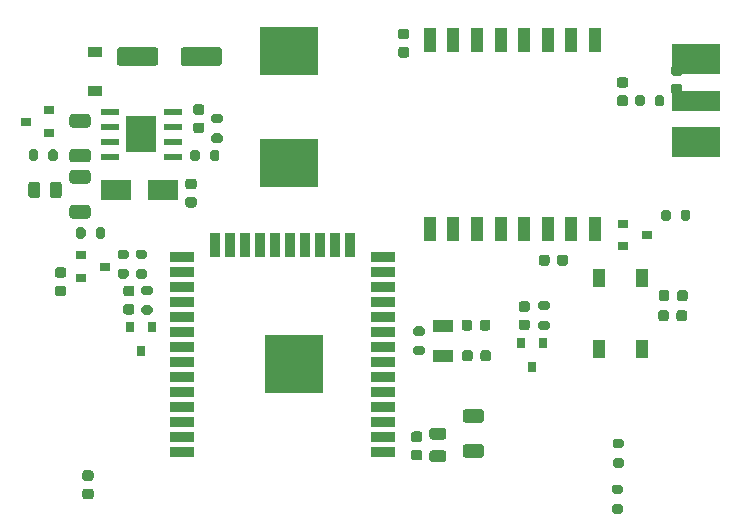
<source format=gbr>
G04 #@! TF.GenerationSoftware,KiCad,Pcbnew,(5.1.7)-1*
G04 #@! TF.CreationDate,2020-12-10T21:45:52+01:00*
G04 #@! TF.ProjectId,lora,6c6f7261-2e6b-4696-9361-645f70636258,v1.0*
G04 #@! TF.SameCoordinates,Original*
G04 #@! TF.FileFunction,Paste,Top*
G04 #@! TF.FilePolarity,Positive*
%FSLAX46Y46*%
G04 Gerber Fmt 4.6, Leading zero omitted, Abs format (unit mm)*
G04 Created by KiCad (PCBNEW (5.1.7)-1) date 2020-12-10 21:45:52*
%MOMM*%
%LPD*%
G01*
G04 APERTURE LIST*
%ADD10R,5.000000X5.000000*%
%ADD11R,2.000000X0.900000*%
%ADD12R,0.900000X2.000000*%
%ADD13R,4.190000X2.665000*%
%ADD14R,4.190000X1.780000*%
%ADD15R,2.500000X1.800000*%
%ADD16R,1.200000X0.900000*%
%ADD17R,4.950000X4.100000*%
%ADD18R,0.800000X0.900000*%
%ADD19R,0.900000X0.800000*%
%ADD20R,1.000000X1.500000*%
%ADD21R,2.600000X3.100000*%
%ADD22R,1.550000X0.600000*%
%ADD23R,1.000000X2.000000*%
%ADD24R,1.800000X1.000000*%
G04 APERTURE END LIST*
D10*
X193850000Y-121755000D03*
D11*
X201350000Y-129255000D03*
X201350000Y-127985000D03*
X201350000Y-126715000D03*
X201350000Y-125445000D03*
X201350000Y-124175000D03*
X201350000Y-122905000D03*
X201350000Y-121635000D03*
X201350000Y-120365000D03*
X201350000Y-119095000D03*
X201350000Y-117825000D03*
X201350000Y-116555000D03*
X201350000Y-115285000D03*
X201350000Y-114015000D03*
X201350000Y-112745000D03*
D12*
X198565000Y-111745000D03*
X197295000Y-111745000D03*
X196025000Y-111745000D03*
X194755000Y-111745000D03*
X193485000Y-111745000D03*
X192215000Y-111745000D03*
X190945000Y-111745000D03*
X189675000Y-111745000D03*
X188405000Y-111745000D03*
X187135000Y-111745000D03*
D11*
X184350000Y-112745000D03*
X184350000Y-114015000D03*
X184350000Y-115285000D03*
X184350000Y-116555000D03*
X184350000Y-117825000D03*
X184350000Y-119095000D03*
X184350000Y-120365000D03*
X184350000Y-121635000D03*
X184350000Y-122905000D03*
X184350000Y-124175000D03*
X184350000Y-125445000D03*
X184350000Y-126715000D03*
X184350000Y-127985000D03*
X184350000Y-129255000D03*
D13*
X227838000Y-102992500D03*
D14*
X227838000Y-99500000D03*
D13*
X227838000Y-96007500D03*
G36*
G01*
X185350000Y-107000000D02*
X184850000Y-107000000D01*
G75*
G02*
X184625000Y-106775000I0J225000D01*
G01*
X184625000Y-106325000D01*
G75*
G02*
X184850000Y-106100000I225000J0D01*
G01*
X185350000Y-106100000D01*
G75*
G02*
X185575000Y-106325000I0J-225000D01*
G01*
X185575000Y-106775000D01*
G75*
G02*
X185350000Y-107000000I-225000J0D01*
G01*
G37*
G36*
G01*
X185350000Y-108550000D02*
X184850000Y-108550000D01*
G75*
G02*
X184625000Y-108325000I0J225000D01*
G01*
X184625000Y-107875000D01*
G75*
G02*
X184850000Y-107650000I225000J0D01*
G01*
X185350000Y-107650000D01*
G75*
G02*
X185575000Y-107875000I0J-225000D01*
G01*
X185575000Y-108325000D01*
G75*
G02*
X185350000Y-108550000I-225000J0D01*
G01*
G37*
G36*
G01*
X187720000Y-95210000D02*
X187720000Y-96310000D01*
G75*
G02*
X187470000Y-96560000I-250000J0D01*
G01*
X184470000Y-96560000D01*
G75*
G02*
X184220000Y-96310000I0J250000D01*
G01*
X184220000Y-95210000D01*
G75*
G02*
X184470000Y-94960000I250000J0D01*
G01*
X187470000Y-94960000D01*
G75*
G02*
X187720000Y-95210000I0J-250000D01*
G01*
G37*
G36*
G01*
X182320000Y-95210000D02*
X182320000Y-96310000D01*
G75*
G02*
X182070000Y-96560000I-250000J0D01*
G01*
X179070000Y-96560000D01*
G75*
G02*
X178820000Y-96310000I0J250000D01*
G01*
X178820000Y-95210000D01*
G75*
G02*
X179070000Y-94960000I250000J0D01*
G01*
X182070000Y-94960000D01*
G75*
G02*
X182320000Y-95210000I0J-250000D01*
G01*
G37*
G36*
G01*
X227150000Y-115750000D02*
X227150000Y-116250000D01*
G75*
G02*
X226925000Y-116475000I-225000J0D01*
G01*
X226475000Y-116475000D01*
G75*
G02*
X226250000Y-116250000I0J225000D01*
G01*
X226250000Y-115750000D01*
G75*
G02*
X226475000Y-115525000I225000J0D01*
G01*
X226925000Y-115525000D01*
G75*
G02*
X227150000Y-115750000I0J-225000D01*
G01*
G37*
G36*
G01*
X225600000Y-115750000D02*
X225600000Y-116250000D01*
G75*
G02*
X225375000Y-116475000I-225000J0D01*
G01*
X224925000Y-116475000D01*
G75*
G02*
X224700000Y-116250000I0J225000D01*
G01*
X224700000Y-115750000D01*
G75*
G02*
X224925000Y-115525000I225000J0D01*
G01*
X225375000Y-115525000D01*
G75*
G02*
X225600000Y-115750000I0J-225000D01*
G01*
G37*
G36*
G01*
X204450000Y-129950000D02*
X203950000Y-129950000D01*
G75*
G02*
X203725000Y-129725000I0J225000D01*
G01*
X203725000Y-129275000D01*
G75*
G02*
X203950000Y-129050000I225000J0D01*
G01*
X204450000Y-129050000D01*
G75*
G02*
X204675000Y-129275000I0J-225000D01*
G01*
X204675000Y-129725000D01*
G75*
G02*
X204450000Y-129950000I-225000J0D01*
G01*
G37*
G36*
G01*
X204450000Y-128400000D02*
X203950000Y-128400000D01*
G75*
G02*
X203725000Y-128175000I0J225000D01*
G01*
X203725000Y-127725000D01*
G75*
G02*
X203950000Y-127500000I225000J0D01*
G01*
X204450000Y-127500000D01*
G75*
G02*
X204675000Y-127725000I0J-225000D01*
G01*
X204675000Y-128175000D01*
G75*
G02*
X204450000Y-128400000I-225000J0D01*
G01*
G37*
G36*
G01*
X206475000Y-130100000D02*
X205525000Y-130100000D01*
G75*
G02*
X205275000Y-129850000I0J250000D01*
G01*
X205275000Y-129350000D01*
G75*
G02*
X205525000Y-129100000I250000J0D01*
G01*
X206475000Y-129100000D01*
G75*
G02*
X206725000Y-129350000I0J-250000D01*
G01*
X206725000Y-129850000D01*
G75*
G02*
X206475000Y-130100000I-250000J0D01*
G01*
G37*
G36*
G01*
X206475000Y-128200000D02*
X205525000Y-128200000D01*
G75*
G02*
X205275000Y-127950000I0J250000D01*
G01*
X205275000Y-127450000D01*
G75*
G02*
X205525000Y-127200000I250000J0D01*
G01*
X206475000Y-127200000D01*
G75*
G02*
X206725000Y-127450000I0J-250000D01*
G01*
X206725000Y-127950000D01*
G75*
G02*
X206475000Y-128200000I-250000J0D01*
G01*
G37*
G36*
G01*
X210500000Y-120850000D02*
X210500000Y-121350000D01*
G75*
G02*
X210275000Y-121575000I-225000J0D01*
G01*
X209825000Y-121575000D01*
G75*
G02*
X209600000Y-121350000I0J225000D01*
G01*
X209600000Y-120850000D01*
G75*
G02*
X209825000Y-120625000I225000J0D01*
G01*
X210275000Y-120625000D01*
G75*
G02*
X210500000Y-120850000I0J-225000D01*
G01*
G37*
G36*
G01*
X208950000Y-120850000D02*
X208950000Y-121350000D01*
G75*
G02*
X208725000Y-121575000I-225000J0D01*
G01*
X208275000Y-121575000D01*
G75*
G02*
X208050000Y-121350000I0J225000D01*
G01*
X208050000Y-120850000D01*
G75*
G02*
X208275000Y-120625000I225000J0D01*
G01*
X208725000Y-120625000D01*
G75*
G02*
X208950000Y-120850000I0J-225000D01*
G01*
G37*
G36*
G01*
X203350000Y-95850000D02*
X202850000Y-95850000D01*
G75*
G02*
X202625000Y-95625000I0J225000D01*
G01*
X202625000Y-95175000D01*
G75*
G02*
X202850000Y-94950000I225000J0D01*
G01*
X203350000Y-94950000D01*
G75*
G02*
X203575000Y-95175000I0J-225000D01*
G01*
X203575000Y-95625000D01*
G75*
G02*
X203350000Y-95850000I-225000J0D01*
G01*
G37*
G36*
G01*
X203350000Y-94300000D02*
X202850000Y-94300000D01*
G75*
G02*
X202625000Y-94075000I0J225000D01*
G01*
X202625000Y-93625000D01*
G75*
G02*
X202850000Y-93400000I225000J0D01*
G01*
X203350000Y-93400000D01*
G75*
G02*
X203575000Y-93625000I0J-225000D01*
G01*
X203575000Y-94075000D01*
G75*
G02*
X203350000Y-94300000I-225000J0D01*
G01*
G37*
G36*
G01*
X208000000Y-118750000D02*
X208000000Y-118250000D01*
G75*
G02*
X208225000Y-118025000I225000J0D01*
G01*
X208675000Y-118025000D01*
G75*
G02*
X208900000Y-118250000I0J-225000D01*
G01*
X208900000Y-118750000D01*
G75*
G02*
X208675000Y-118975000I-225000J0D01*
G01*
X208225000Y-118975000D01*
G75*
G02*
X208000000Y-118750000I0J225000D01*
G01*
G37*
G36*
G01*
X209550000Y-118750000D02*
X209550000Y-118250000D01*
G75*
G02*
X209775000Y-118025000I225000J0D01*
G01*
X210225000Y-118025000D01*
G75*
G02*
X210450000Y-118250000I0J-225000D01*
G01*
X210450000Y-118750000D01*
G75*
G02*
X210225000Y-118975000I-225000J0D01*
G01*
X209775000Y-118975000D01*
G75*
G02*
X209550000Y-118750000I0J225000D01*
G01*
G37*
D15*
X178750000Y-107050000D03*
X182750000Y-107050000D03*
D16*
X176950000Y-98660000D03*
X176950000Y-95360000D03*
D17*
X193400000Y-104800000D03*
X193400000Y-95300000D03*
D18*
X181800000Y-118660000D03*
X179900000Y-118660000D03*
X180850000Y-120660000D03*
D19*
X177800000Y-113550000D03*
X175800000Y-114500000D03*
X175800000Y-112600000D03*
D18*
X214920000Y-120020000D03*
X213020000Y-120020000D03*
X213970000Y-122020000D03*
D19*
X173110000Y-102210000D03*
X173110000Y-100310000D03*
X171110000Y-101260000D03*
X223700000Y-110850000D03*
X221700000Y-111800000D03*
X221700000Y-109900000D03*
G36*
G01*
X179580000Y-116710000D02*
X180080000Y-116710000D01*
G75*
G02*
X180305000Y-116935000I0J-225000D01*
G01*
X180305000Y-117385000D01*
G75*
G02*
X180080000Y-117610000I-225000J0D01*
G01*
X179580000Y-117610000D01*
G75*
G02*
X179355000Y-117385000I0J225000D01*
G01*
X179355000Y-116935000D01*
G75*
G02*
X179580000Y-116710000I225000J0D01*
G01*
G37*
G36*
G01*
X179580000Y-115160000D02*
X180080000Y-115160000D01*
G75*
G02*
X180305000Y-115385000I0J-225000D01*
G01*
X180305000Y-115835000D01*
G75*
G02*
X180080000Y-116060000I-225000J0D01*
G01*
X179580000Y-116060000D01*
G75*
G02*
X179355000Y-115835000I0J225000D01*
G01*
X179355000Y-115385000D01*
G75*
G02*
X179580000Y-115160000I225000J0D01*
G01*
G37*
G36*
G01*
X181095000Y-115170000D02*
X181645000Y-115170000D01*
G75*
G02*
X181845000Y-115370000I0J-200000D01*
G01*
X181845000Y-115770000D01*
G75*
G02*
X181645000Y-115970000I-200000J0D01*
G01*
X181095000Y-115970000D01*
G75*
G02*
X180895000Y-115770000I0J200000D01*
G01*
X180895000Y-115370000D01*
G75*
G02*
X181095000Y-115170000I200000J0D01*
G01*
G37*
G36*
G01*
X181095000Y-116820000D02*
X181645000Y-116820000D01*
G75*
G02*
X181845000Y-117020000I0J-200000D01*
G01*
X181845000Y-117420000D01*
G75*
G02*
X181645000Y-117620000I-200000J0D01*
G01*
X181095000Y-117620000D01*
G75*
G02*
X180895000Y-117420000I0J200000D01*
G01*
X180895000Y-117020000D01*
G75*
G02*
X181095000Y-116820000I200000J0D01*
G01*
G37*
G36*
G01*
X226200000Y-117950000D02*
X226200000Y-117450000D01*
G75*
G02*
X226425000Y-117225000I225000J0D01*
G01*
X226875000Y-117225000D01*
G75*
G02*
X227100000Y-117450000I0J-225000D01*
G01*
X227100000Y-117950000D01*
G75*
G02*
X226875000Y-118175000I-225000J0D01*
G01*
X226425000Y-118175000D01*
G75*
G02*
X226200000Y-117950000I0J225000D01*
G01*
G37*
G36*
G01*
X224650000Y-117950000D02*
X224650000Y-117450000D01*
G75*
G02*
X224875000Y-117225000I225000J0D01*
G01*
X225325000Y-117225000D01*
G75*
G02*
X225550000Y-117450000I0J-225000D01*
G01*
X225550000Y-117950000D01*
G75*
G02*
X225325000Y-118175000I-225000J0D01*
G01*
X224875000Y-118175000D01*
G75*
G02*
X224650000Y-117950000I0J225000D01*
G01*
G37*
G36*
G01*
X185500000Y-99800000D02*
X186000000Y-99800000D01*
G75*
G02*
X186225000Y-100025000I0J-225000D01*
G01*
X186225000Y-100475000D01*
G75*
G02*
X186000000Y-100700000I-225000J0D01*
G01*
X185500000Y-100700000D01*
G75*
G02*
X185275000Y-100475000I0J225000D01*
G01*
X185275000Y-100025000D01*
G75*
G02*
X185500000Y-99800000I225000J0D01*
G01*
G37*
G36*
G01*
X185500000Y-101350000D02*
X186000000Y-101350000D01*
G75*
G02*
X186225000Y-101575000I0J-225000D01*
G01*
X186225000Y-102025000D01*
G75*
G02*
X186000000Y-102250000I-225000J0D01*
G01*
X185500000Y-102250000D01*
G75*
G02*
X185275000Y-102025000I0J225000D01*
G01*
X185275000Y-101575000D01*
G75*
G02*
X185500000Y-101350000I225000J0D01*
G01*
G37*
G36*
G01*
X187025000Y-102275000D02*
X187575000Y-102275000D01*
G75*
G02*
X187775000Y-102475000I0J-200000D01*
G01*
X187775000Y-102875000D01*
G75*
G02*
X187575000Y-103075000I-200000J0D01*
G01*
X187025000Y-103075000D01*
G75*
G02*
X186825000Y-102875000I0J200000D01*
G01*
X186825000Y-102475000D01*
G75*
G02*
X187025000Y-102275000I200000J0D01*
G01*
G37*
G36*
G01*
X187025000Y-100625000D02*
X187575000Y-100625000D01*
G75*
G02*
X187775000Y-100825000I0J-200000D01*
G01*
X187775000Y-101225000D01*
G75*
G02*
X187575000Y-101425000I-200000J0D01*
G01*
X187025000Y-101425000D01*
G75*
G02*
X186825000Y-101225000I0J200000D01*
G01*
X186825000Y-100825000D01*
G75*
G02*
X187025000Y-100625000I200000J0D01*
G01*
G37*
G36*
G01*
X187500000Y-103875000D02*
X187500000Y-104425000D01*
G75*
G02*
X187300000Y-104625000I-200000J0D01*
G01*
X186900000Y-104625000D01*
G75*
G02*
X186700000Y-104425000I0J200000D01*
G01*
X186700000Y-103875000D01*
G75*
G02*
X186900000Y-103675000I200000J0D01*
G01*
X187300000Y-103675000D01*
G75*
G02*
X187500000Y-103875000I0J-200000D01*
G01*
G37*
G36*
G01*
X185850000Y-103875000D02*
X185850000Y-104425000D01*
G75*
G02*
X185650000Y-104625000I-200000J0D01*
G01*
X185250000Y-104625000D01*
G75*
G02*
X185050000Y-104425000I0J200000D01*
G01*
X185050000Y-103875000D01*
G75*
G02*
X185250000Y-103675000I200000J0D01*
G01*
X185650000Y-103675000D01*
G75*
G02*
X185850000Y-103875000I0J-200000D01*
G01*
G37*
G36*
G01*
X179075000Y-113755000D02*
X179625000Y-113755000D01*
G75*
G02*
X179825000Y-113955000I0J-200000D01*
G01*
X179825000Y-114355000D01*
G75*
G02*
X179625000Y-114555000I-200000J0D01*
G01*
X179075000Y-114555000D01*
G75*
G02*
X178875000Y-114355000I0J200000D01*
G01*
X178875000Y-113955000D01*
G75*
G02*
X179075000Y-113755000I200000J0D01*
G01*
G37*
G36*
G01*
X179075000Y-112105000D02*
X179625000Y-112105000D01*
G75*
G02*
X179825000Y-112305000I0J-200000D01*
G01*
X179825000Y-112705000D01*
G75*
G02*
X179625000Y-112905000I-200000J0D01*
G01*
X179075000Y-112905000D01*
G75*
G02*
X178875000Y-112705000I0J200000D01*
G01*
X178875000Y-112305000D01*
G75*
G02*
X179075000Y-112105000I200000J0D01*
G01*
G37*
G36*
G01*
X181175000Y-114565000D02*
X180625000Y-114565000D01*
G75*
G02*
X180425000Y-114365000I0J200000D01*
G01*
X180425000Y-113965000D01*
G75*
G02*
X180625000Y-113765000I200000J0D01*
G01*
X181175000Y-113765000D01*
G75*
G02*
X181375000Y-113965000I0J-200000D01*
G01*
X181375000Y-114365000D01*
G75*
G02*
X181175000Y-114565000I-200000J0D01*
G01*
G37*
G36*
G01*
X181175000Y-112915000D02*
X180625000Y-112915000D01*
G75*
G02*
X180425000Y-112715000I0J200000D01*
G01*
X180425000Y-112315000D01*
G75*
G02*
X180625000Y-112115000I200000J0D01*
G01*
X181175000Y-112115000D01*
G75*
G02*
X181375000Y-112315000I0J-200000D01*
G01*
X181375000Y-112715000D01*
G75*
G02*
X181175000Y-112915000I-200000J0D01*
G01*
G37*
G36*
G01*
X174300000Y-114500000D02*
X173800000Y-114500000D01*
G75*
G02*
X173575000Y-114275000I0J225000D01*
G01*
X173575000Y-113825000D01*
G75*
G02*
X173800000Y-113600000I225000J0D01*
G01*
X174300000Y-113600000D01*
G75*
G02*
X174525000Y-113825000I0J-225000D01*
G01*
X174525000Y-114275000D01*
G75*
G02*
X174300000Y-114500000I-225000J0D01*
G01*
G37*
G36*
G01*
X174300000Y-116050000D02*
X173800000Y-116050000D01*
G75*
G02*
X173575000Y-115825000I0J225000D01*
G01*
X173575000Y-115375000D01*
G75*
G02*
X173800000Y-115150000I225000J0D01*
G01*
X174300000Y-115150000D01*
G75*
G02*
X174525000Y-115375000I0J-225000D01*
G01*
X174525000Y-115825000D01*
G75*
G02*
X174300000Y-116050000I-225000J0D01*
G01*
G37*
G36*
G01*
X177825000Y-110425000D02*
X177825000Y-110975000D01*
G75*
G02*
X177625000Y-111175000I-200000J0D01*
G01*
X177225000Y-111175000D01*
G75*
G02*
X177025000Y-110975000I0J200000D01*
G01*
X177025000Y-110425000D01*
G75*
G02*
X177225000Y-110225000I200000J0D01*
G01*
X177625000Y-110225000D01*
G75*
G02*
X177825000Y-110425000I0J-200000D01*
G01*
G37*
G36*
G01*
X176175000Y-110425000D02*
X176175000Y-110975000D01*
G75*
G02*
X175975000Y-111175000I-200000J0D01*
G01*
X175575000Y-111175000D01*
G75*
G02*
X175375000Y-110975000I0J200000D01*
G01*
X175375000Y-110425000D01*
G75*
G02*
X175575000Y-110225000I200000J0D01*
G01*
X175975000Y-110225000D01*
G75*
G02*
X176175000Y-110425000I0J-200000D01*
G01*
G37*
G36*
G01*
X213560000Y-117380000D02*
X213060000Y-117380000D01*
G75*
G02*
X212835000Y-117155000I0J225000D01*
G01*
X212835000Y-116705000D01*
G75*
G02*
X213060000Y-116480000I225000J0D01*
G01*
X213560000Y-116480000D01*
G75*
G02*
X213785000Y-116705000I0J-225000D01*
G01*
X213785000Y-117155000D01*
G75*
G02*
X213560000Y-117380000I-225000J0D01*
G01*
G37*
G36*
G01*
X213560000Y-118930000D02*
X213060000Y-118930000D01*
G75*
G02*
X212835000Y-118705000I0J225000D01*
G01*
X212835000Y-118255000D01*
G75*
G02*
X213060000Y-118030000I225000J0D01*
G01*
X213560000Y-118030000D01*
G75*
G02*
X213785000Y-118255000I0J-225000D01*
G01*
X213785000Y-118705000D01*
G75*
G02*
X213560000Y-118930000I-225000J0D01*
G01*
G37*
G36*
G01*
X214715000Y-118110000D02*
X215265000Y-118110000D01*
G75*
G02*
X215465000Y-118310000I0J-200000D01*
G01*
X215465000Y-118710000D01*
G75*
G02*
X215265000Y-118910000I-200000J0D01*
G01*
X214715000Y-118910000D01*
G75*
G02*
X214515000Y-118710000I0J200000D01*
G01*
X214515000Y-118310000D01*
G75*
G02*
X214715000Y-118110000I200000J0D01*
G01*
G37*
G36*
G01*
X214715000Y-116460000D02*
X215265000Y-116460000D01*
G75*
G02*
X215465000Y-116660000I0J-200000D01*
G01*
X215465000Y-117060000D01*
G75*
G02*
X215265000Y-117260000I-200000J0D01*
G01*
X214715000Y-117260000D01*
G75*
G02*
X214515000Y-117060000I0J200000D01*
G01*
X214515000Y-116660000D01*
G75*
G02*
X214715000Y-116460000I200000J0D01*
G01*
G37*
G36*
G01*
X214550000Y-113250000D02*
X214550000Y-112750000D01*
G75*
G02*
X214775000Y-112525000I225000J0D01*
G01*
X215225000Y-112525000D01*
G75*
G02*
X215450000Y-112750000I0J-225000D01*
G01*
X215450000Y-113250000D01*
G75*
G02*
X215225000Y-113475000I-225000J0D01*
G01*
X214775000Y-113475000D01*
G75*
G02*
X214550000Y-113250000I0J225000D01*
G01*
G37*
G36*
G01*
X216100000Y-113250000D02*
X216100000Y-112750000D01*
G75*
G02*
X216325000Y-112525000I225000J0D01*
G01*
X216775000Y-112525000D01*
G75*
G02*
X217000000Y-112750000I0J-225000D01*
G01*
X217000000Y-113250000D01*
G75*
G02*
X216775000Y-113475000I-225000J0D01*
G01*
X216325000Y-113475000D01*
G75*
G02*
X216100000Y-113250000I0J225000D01*
G01*
G37*
G36*
G01*
X204675000Y-119400000D02*
X204125000Y-119400000D01*
G75*
G02*
X203925000Y-119200000I0J200000D01*
G01*
X203925000Y-118800000D01*
G75*
G02*
X204125000Y-118600000I200000J0D01*
G01*
X204675000Y-118600000D01*
G75*
G02*
X204875000Y-118800000I0J-200000D01*
G01*
X204875000Y-119200000D01*
G75*
G02*
X204675000Y-119400000I-200000J0D01*
G01*
G37*
G36*
G01*
X204675000Y-121050000D02*
X204125000Y-121050000D01*
G75*
G02*
X203925000Y-120850000I0J200000D01*
G01*
X203925000Y-120450000D01*
G75*
G02*
X204125000Y-120250000I200000J0D01*
G01*
X204675000Y-120250000D01*
G75*
G02*
X204875000Y-120450000I0J-200000D01*
G01*
X204875000Y-120850000D01*
G75*
G02*
X204675000Y-121050000I-200000J0D01*
G01*
G37*
G36*
G01*
X221475000Y-132810000D02*
X220925000Y-132810000D01*
G75*
G02*
X220725000Y-132610000I0J200000D01*
G01*
X220725000Y-132210000D01*
G75*
G02*
X220925000Y-132010000I200000J0D01*
G01*
X221475000Y-132010000D01*
G75*
G02*
X221675000Y-132210000I0J-200000D01*
G01*
X221675000Y-132610000D01*
G75*
G02*
X221475000Y-132810000I-200000J0D01*
G01*
G37*
G36*
G01*
X221475000Y-134460000D02*
X220925000Y-134460000D01*
G75*
G02*
X220725000Y-134260000I0J200000D01*
G01*
X220725000Y-133860000D01*
G75*
G02*
X220925000Y-133660000I200000J0D01*
G01*
X221475000Y-133660000D01*
G75*
G02*
X221675000Y-133860000I0J-200000D01*
G01*
X221675000Y-134260000D01*
G75*
G02*
X221475000Y-134460000I-200000J0D01*
G01*
G37*
G36*
G01*
X220985000Y-128120000D02*
X221535000Y-128120000D01*
G75*
G02*
X221735000Y-128320000I0J-200000D01*
G01*
X221735000Y-128720000D01*
G75*
G02*
X221535000Y-128920000I-200000J0D01*
G01*
X220985000Y-128920000D01*
G75*
G02*
X220785000Y-128720000I0J200000D01*
G01*
X220785000Y-128320000D01*
G75*
G02*
X220985000Y-128120000I200000J0D01*
G01*
G37*
G36*
G01*
X220985000Y-129770000D02*
X221535000Y-129770000D01*
G75*
G02*
X221735000Y-129970000I0J-200000D01*
G01*
X221735000Y-130370000D01*
G75*
G02*
X221535000Y-130570000I-200000J0D01*
G01*
X220985000Y-130570000D01*
G75*
G02*
X220785000Y-130370000I0J200000D01*
G01*
X220785000Y-129970000D01*
G75*
G02*
X220985000Y-129770000I200000J0D01*
G01*
G37*
G36*
G01*
X176620000Y-131690000D02*
X176120000Y-131690000D01*
G75*
G02*
X175895000Y-131465000I0J225000D01*
G01*
X175895000Y-131015000D01*
G75*
G02*
X176120000Y-130790000I225000J0D01*
G01*
X176620000Y-130790000D01*
G75*
G02*
X176845000Y-131015000I0J-225000D01*
G01*
X176845000Y-131465000D01*
G75*
G02*
X176620000Y-131690000I-225000J0D01*
G01*
G37*
G36*
G01*
X176620000Y-133240000D02*
X176120000Y-133240000D01*
G75*
G02*
X175895000Y-133015000I0J225000D01*
G01*
X175895000Y-132565000D01*
G75*
G02*
X176120000Y-132340000I225000J0D01*
G01*
X176620000Y-132340000D01*
G75*
G02*
X176845000Y-132565000I0J-225000D01*
G01*
X176845000Y-133015000D01*
G75*
G02*
X176620000Y-133240000I-225000J0D01*
G01*
G37*
G36*
G01*
X173810000Y-103825000D02*
X173810000Y-104375000D01*
G75*
G02*
X173610000Y-104575000I-200000J0D01*
G01*
X173210000Y-104575000D01*
G75*
G02*
X173010000Y-104375000I0J200000D01*
G01*
X173010000Y-103825000D01*
G75*
G02*
X173210000Y-103625000I200000J0D01*
G01*
X173610000Y-103625000D01*
G75*
G02*
X173810000Y-103825000I0J-200000D01*
G01*
G37*
G36*
G01*
X172160000Y-103825000D02*
X172160000Y-104375000D01*
G75*
G02*
X171960000Y-104575000I-200000J0D01*
G01*
X171560000Y-104575000D01*
G75*
G02*
X171360000Y-104375000I0J200000D01*
G01*
X171360000Y-103825000D01*
G75*
G02*
X171560000Y-103625000I200000J0D01*
G01*
X171960000Y-103625000D01*
G75*
G02*
X172160000Y-103825000I0J-200000D01*
G01*
G37*
G36*
G01*
X226550000Y-109475000D02*
X226550000Y-108925000D01*
G75*
G02*
X226750000Y-108725000I200000J0D01*
G01*
X227150000Y-108725000D01*
G75*
G02*
X227350000Y-108925000I0J-200000D01*
G01*
X227350000Y-109475000D01*
G75*
G02*
X227150000Y-109675000I-200000J0D01*
G01*
X226750000Y-109675000D01*
G75*
G02*
X226550000Y-109475000I0J200000D01*
G01*
G37*
G36*
G01*
X224900000Y-109475000D02*
X224900000Y-108925000D01*
G75*
G02*
X225100000Y-108725000I200000J0D01*
G01*
X225500000Y-108725000D01*
G75*
G02*
X225700000Y-108925000I0J-200000D01*
G01*
X225700000Y-109475000D01*
G75*
G02*
X225500000Y-109675000I-200000J0D01*
G01*
X225100000Y-109675000D01*
G75*
G02*
X224900000Y-109475000I0J200000D01*
G01*
G37*
D20*
X219600000Y-120550000D03*
X219600000Y-114550000D03*
X223300000Y-120550000D03*
X223300000Y-114550000D03*
D21*
X180900000Y-102340000D03*
D22*
X183600000Y-104245000D03*
X183600000Y-102975000D03*
X183600000Y-101705000D03*
X183600000Y-100435000D03*
X178200000Y-100435000D03*
X178200000Y-101705000D03*
X178200000Y-102975000D03*
X178200000Y-104245000D03*
D23*
X205300000Y-110400000D03*
X207300000Y-110400000D03*
X209300000Y-110400000D03*
X211300000Y-110400000D03*
X213300000Y-110400000D03*
X215300000Y-110400000D03*
X217300000Y-110400000D03*
X219300000Y-110400000D03*
X219300000Y-94400000D03*
X217300000Y-94400000D03*
X215300000Y-94400000D03*
X213300000Y-94400000D03*
X211300000Y-94400000D03*
X209300000Y-94400000D03*
X207300000Y-94400000D03*
X205300000Y-94400000D03*
D24*
X206450000Y-118600000D03*
X206450000Y-121100000D03*
G36*
G01*
X175049999Y-103575000D02*
X176350001Y-103575000D01*
G75*
G02*
X176600000Y-103824999I0J-249999D01*
G01*
X176600000Y-104475001D01*
G75*
G02*
X176350001Y-104725000I-249999J0D01*
G01*
X175049999Y-104725000D01*
G75*
G02*
X174800000Y-104475001I0J249999D01*
G01*
X174800000Y-103824999D01*
G75*
G02*
X175049999Y-103575000I249999J0D01*
G01*
G37*
G36*
G01*
X175049999Y-100625000D02*
X176350001Y-100625000D01*
G75*
G02*
X176600000Y-100874999I0J-249999D01*
G01*
X176600000Y-101525001D01*
G75*
G02*
X176350001Y-101775000I-249999J0D01*
G01*
X175049999Y-101775000D01*
G75*
G02*
X174800000Y-101525001I0J249999D01*
G01*
X174800000Y-100874999D01*
G75*
G02*
X175049999Y-100625000I249999J0D01*
G01*
G37*
G36*
G01*
X176350001Y-109475000D02*
X175049999Y-109475000D01*
G75*
G02*
X174800000Y-109225001I0J249999D01*
G01*
X174800000Y-108574999D01*
G75*
G02*
X175049999Y-108325000I249999J0D01*
G01*
X176350001Y-108325000D01*
G75*
G02*
X176600000Y-108574999I0J-249999D01*
G01*
X176600000Y-109225001D01*
G75*
G02*
X176350001Y-109475000I-249999J0D01*
G01*
G37*
G36*
G01*
X176350001Y-106525000D02*
X175049999Y-106525000D01*
G75*
G02*
X174800000Y-106275001I0J249999D01*
G01*
X174800000Y-105624999D01*
G75*
G02*
X175049999Y-105375000I249999J0D01*
G01*
X176350001Y-105375000D01*
G75*
G02*
X176600000Y-105624999I0J-249999D01*
G01*
X176600000Y-106275001D01*
G75*
G02*
X176350001Y-106525000I-249999J0D01*
G01*
G37*
G36*
G01*
X221380000Y-97500000D02*
X221880000Y-97500000D01*
G75*
G02*
X222105000Y-97725000I0J-225000D01*
G01*
X222105000Y-98175000D01*
G75*
G02*
X221880000Y-98400000I-225000J0D01*
G01*
X221380000Y-98400000D01*
G75*
G02*
X221155000Y-98175000I0J225000D01*
G01*
X221155000Y-97725000D01*
G75*
G02*
X221380000Y-97500000I225000J0D01*
G01*
G37*
G36*
G01*
X221380000Y-99050000D02*
X221880000Y-99050000D01*
G75*
G02*
X222105000Y-99275000I0J-225000D01*
G01*
X222105000Y-99725000D01*
G75*
G02*
X221880000Y-99950000I-225000J0D01*
G01*
X221380000Y-99950000D01*
G75*
G02*
X221155000Y-99725000I0J225000D01*
G01*
X221155000Y-99275000D01*
G75*
G02*
X221380000Y-99050000I225000J0D01*
G01*
G37*
G36*
G01*
X225960000Y-98050000D02*
X226460000Y-98050000D01*
G75*
G02*
X226685000Y-98275000I0J-225000D01*
G01*
X226685000Y-98725000D01*
G75*
G02*
X226460000Y-98950000I-225000J0D01*
G01*
X225960000Y-98950000D01*
G75*
G02*
X225735000Y-98725000I0J225000D01*
G01*
X225735000Y-98275000D01*
G75*
G02*
X225960000Y-98050000I225000J0D01*
G01*
G37*
G36*
G01*
X225960000Y-96500000D02*
X226460000Y-96500000D01*
G75*
G02*
X226685000Y-96725000I0J-225000D01*
G01*
X226685000Y-97175000D01*
G75*
G02*
X226460000Y-97400000I-225000J0D01*
G01*
X225960000Y-97400000D01*
G75*
G02*
X225735000Y-97175000I0J225000D01*
G01*
X225735000Y-96725000D01*
G75*
G02*
X225960000Y-96500000I225000J0D01*
G01*
G37*
G36*
G01*
X222700000Y-99775000D02*
X222700000Y-99225000D01*
G75*
G02*
X222900000Y-99025000I200000J0D01*
G01*
X223300000Y-99025000D01*
G75*
G02*
X223500000Y-99225000I0J-200000D01*
G01*
X223500000Y-99775000D01*
G75*
G02*
X223300000Y-99975000I-200000J0D01*
G01*
X222900000Y-99975000D01*
G75*
G02*
X222700000Y-99775000I0J200000D01*
G01*
G37*
G36*
G01*
X224350000Y-99775000D02*
X224350000Y-99225000D01*
G75*
G02*
X224550000Y-99025000I200000J0D01*
G01*
X224950000Y-99025000D01*
G75*
G02*
X225150000Y-99225000I0J-200000D01*
G01*
X225150000Y-99775000D01*
G75*
G02*
X224950000Y-99975000I-200000J0D01*
G01*
X224550000Y-99975000D01*
G75*
G02*
X224350000Y-99775000I0J200000D01*
G01*
G37*
G36*
G01*
X174162500Y-106599998D02*
X174162500Y-107500002D01*
G75*
G02*
X173912502Y-107750000I-249998J0D01*
G01*
X173387498Y-107750000D01*
G75*
G02*
X173137500Y-107500002I0J249998D01*
G01*
X173137500Y-106599998D01*
G75*
G02*
X173387498Y-106350000I249998J0D01*
G01*
X173912502Y-106350000D01*
G75*
G02*
X174162500Y-106599998I0J-249998D01*
G01*
G37*
G36*
G01*
X172337500Y-106599998D02*
X172337500Y-107500002D01*
G75*
G02*
X172087502Y-107750000I-249998J0D01*
G01*
X171562498Y-107750000D01*
G75*
G02*
X171312500Y-107500002I0J249998D01*
G01*
X171312500Y-106599998D01*
G75*
G02*
X171562498Y-106350000I249998J0D01*
G01*
X172087502Y-106350000D01*
G75*
G02*
X172337500Y-106599998I0J-249998D01*
G01*
G37*
G36*
G01*
X209650001Y-129725000D02*
X208349999Y-129725000D01*
G75*
G02*
X208100000Y-129475001I0J249999D01*
G01*
X208100000Y-128824999D01*
G75*
G02*
X208349999Y-128575000I249999J0D01*
G01*
X209650001Y-128575000D01*
G75*
G02*
X209900000Y-128824999I0J-249999D01*
G01*
X209900000Y-129475001D01*
G75*
G02*
X209650001Y-129725000I-249999J0D01*
G01*
G37*
G36*
G01*
X209650001Y-126775000D02*
X208349999Y-126775000D01*
G75*
G02*
X208100000Y-126525001I0J249999D01*
G01*
X208100000Y-125874999D01*
G75*
G02*
X208349999Y-125625000I249999J0D01*
G01*
X209650001Y-125625000D01*
G75*
G02*
X209900000Y-125874999I0J-249999D01*
G01*
X209900000Y-126525001D01*
G75*
G02*
X209650001Y-126775000I-249999J0D01*
G01*
G37*
M02*

</source>
